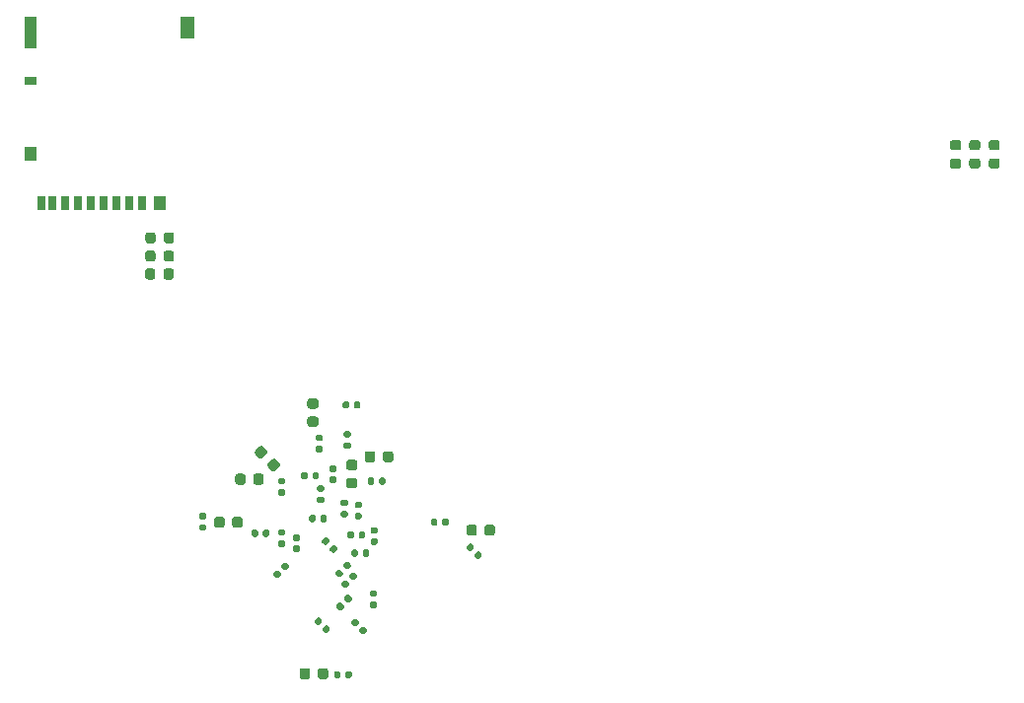
<source format=gbr>
%TF.GenerationSoftware,KiCad,Pcbnew,5.99.0+really5.1.10+dfsg1-1*%
%TF.CreationDate,2021-11-29T17:38:57+01:00*%
%TF.ProjectId,max80,6d617838-302e-46b6-9963-61645f706362,1.00*%
%TF.SameCoordinates,Original*%
%TF.FileFunction,Paste,Bot*%
%TF.FilePolarity,Positive*%
%FSLAX46Y46*%
G04 Gerber Fmt 4.6, Leading zero omitted, Abs format (unit mm)*
G04 Created by KiCad (PCBNEW 5.99.0+really5.1.10+dfsg1-1) date 2021-11-29 17:38:57*
%MOMM*%
%LPD*%
G01*
G04 APERTURE LIST*
%ADD10R,1.300000X1.900000*%
%ADD11R,1.000000X2.800000*%
%ADD12R,1.000000X0.800000*%
%ADD13R,1.000000X1.200000*%
%ADD14R,0.700000X1.200000*%
G04 APERTURE END LIST*
%TO.C,D13*%
G36*
G01*
X192856250Y-52500000D02*
X192343750Y-52500000D01*
G75*
G02*
X192125000Y-52281250I0J218750D01*
G01*
X192125000Y-51843750D01*
G75*
G02*
X192343750Y-51625000I218750J0D01*
G01*
X192856250Y-51625000D01*
G75*
G02*
X193075000Y-51843750I0J-218750D01*
G01*
X193075000Y-52281250D01*
G75*
G02*
X192856250Y-52500000I-218750J0D01*
G01*
G37*
G36*
G01*
X192856250Y-54075000D02*
X192343750Y-54075000D01*
G75*
G02*
X192125000Y-53856250I0J218750D01*
G01*
X192125000Y-53418750D01*
G75*
G02*
X192343750Y-53200000I218750J0D01*
G01*
X192856250Y-53200000D01*
G75*
G02*
X193075000Y-53418750I0J-218750D01*
G01*
X193075000Y-53856250D01*
G75*
G02*
X192856250Y-54075000I-218750J0D01*
G01*
G37*
%TD*%
%TO.C,D12*%
G36*
G01*
X191206250Y-52500000D02*
X190693750Y-52500000D01*
G75*
G02*
X190475000Y-52281250I0J218750D01*
G01*
X190475000Y-51843750D01*
G75*
G02*
X190693750Y-51625000I218750J0D01*
G01*
X191206250Y-51625000D01*
G75*
G02*
X191425000Y-51843750I0J-218750D01*
G01*
X191425000Y-52281250D01*
G75*
G02*
X191206250Y-52500000I-218750J0D01*
G01*
G37*
G36*
G01*
X191206250Y-54075000D02*
X190693750Y-54075000D01*
G75*
G02*
X190475000Y-53856250I0J218750D01*
G01*
X190475000Y-53418750D01*
G75*
G02*
X190693750Y-53200000I218750J0D01*
G01*
X191206250Y-53200000D01*
G75*
G02*
X191425000Y-53418750I0J-218750D01*
G01*
X191425000Y-53856250D01*
G75*
G02*
X191206250Y-54075000I-218750J0D01*
G01*
G37*
%TD*%
%TO.C,D11*%
G36*
G01*
X194531250Y-52500000D02*
X194018750Y-52500000D01*
G75*
G02*
X193800000Y-52281250I0J218750D01*
G01*
X193800000Y-51843750D01*
G75*
G02*
X194018750Y-51625000I218750J0D01*
G01*
X194531250Y-51625000D01*
G75*
G02*
X194750000Y-51843750I0J-218750D01*
G01*
X194750000Y-52281250D01*
G75*
G02*
X194531250Y-52500000I-218750J0D01*
G01*
G37*
G36*
G01*
X194531250Y-54075000D02*
X194018750Y-54075000D01*
G75*
G02*
X193800000Y-53856250I0J218750D01*
G01*
X193800000Y-53418750D01*
G75*
G02*
X194018750Y-53200000I218750J0D01*
G01*
X194531250Y-53200000D01*
G75*
G02*
X194750000Y-53418750I0J-218750D01*
G01*
X194750000Y-53856250D01*
G75*
G02*
X194531250Y-54075000I-218750J0D01*
G01*
G37*
%TD*%
%TO.C,D10*%
G36*
G01*
X122987500Y-61856250D02*
X122987500Y-61343750D01*
G75*
G02*
X123206250Y-61125000I218750J0D01*
G01*
X123643750Y-61125000D01*
G75*
G02*
X123862500Y-61343750I0J-218750D01*
G01*
X123862500Y-61856250D01*
G75*
G02*
X123643750Y-62075000I-218750J0D01*
G01*
X123206250Y-62075000D01*
G75*
G02*
X122987500Y-61856250I0J218750D01*
G01*
G37*
G36*
G01*
X121412500Y-61856250D02*
X121412500Y-61343750D01*
G75*
G02*
X121631250Y-61125000I218750J0D01*
G01*
X122068750Y-61125000D01*
G75*
G02*
X122287500Y-61343750I0J-218750D01*
G01*
X122287500Y-61856250D01*
G75*
G02*
X122068750Y-62075000I-218750J0D01*
G01*
X121631250Y-62075000D01*
G75*
G02*
X121412500Y-61856250I0J218750D01*
G01*
G37*
%TD*%
%TO.C,D9*%
G36*
G01*
X123000000Y-60281250D02*
X123000000Y-59768750D01*
G75*
G02*
X123218750Y-59550000I218750J0D01*
G01*
X123656250Y-59550000D01*
G75*
G02*
X123875000Y-59768750I0J-218750D01*
G01*
X123875000Y-60281250D01*
G75*
G02*
X123656250Y-60500000I-218750J0D01*
G01*
X123218750Y-60500000D01*
G75*
G02*
X123000000Y-60281250I0J218750D01*
G01*
G37*
G36*
G01*
X121425000Y-60281250D02*
X121425000Y-59768750D01*
G75*
G02*
X121643750Y-59550000I218750J0D01*
G01*
X122081250Y-59550000D01*
G75*
G02*
X122300000Y-59768750I0J-218750D01*
G01*
X122300000Y-60281250D01*
G75*
G02*
X122081250Y-60500000I-218750J0D01*
G01*
X121643750Y-60500000D01*
G75*
G02*
X121425000Y-60281250I0J218750D01*
G01*
G37*
%TD*%
%TO.C,D8*%
G36*
G01*
X122975000Y-63381250D02*
X122975000Y-62868750D01*
G75*
G02*
X123193750Y-62650000I218750J0D01*
G01*
X123631250Y-62650000D01*
G75*
G02*
X123850000Y-62868750I0J-218750D01*
G01*
X123850000Y-63381250D01*
G75*
G02*
X123631250Y-63600000I-218750J0D01*
G01*
X123193750Y-63600000D01*
G75*
G02*
X122975000Y-63381250I0J218750D01*
G01*
G37*
G36*
G01*
X121400000Y-63381250D02*
X121400000Y-62868750D01*
G75*
G02*
X121618750Y-62650000I218750J0D01*
G01*
X122056250Y-62650000D01*
G75*
G02*
X122275000Y-62868750I0J-218750D01*
G01*
X122275000Y-63381250D01*
G75*
G02*
X122056250Y-63600000I-218750J0D01*
G01*
X121618750Y-63600000D01*
G75*
G02*
X121400000Y-63381250I0J218750D01*
G01*
G37*
%TD*%
%TO.C,C44*%
G36*
G01*
X141795000Y-79070000D02*
X141795000Y-78570000D01*
G75*
G02*
X142020000Y-78345000I225000J0D01*
G01*
X142470000Y-78345000D01*
G75*
G02*
X142695000Y-78570000I0J-225000D01*
G01*
X142695000Y-79070000D01*
G75*
G02*
X142470000Y-79295000I-225000J0D01*
G01*
X142020000Y-79295000D01*
G75*
G02*
X141795000Y-79070000I0J225000D01*
G01*
G37*
G36*
G01*
X140245000Y-79070000D02*
X140245000Y-78570000D01*
G75*
G02*
X140470000Y-78345000I225000J0D01*
G01*
X140920000Y-78345000D01*
G75*
G02*
X141145000Y-78570000I0J-225000D01*
G01*
X141145000Y-79070000D01*
G75*
G02*
X140920000Y-79295000I-225000J0D01*
G01*
X140470000Y-79295000D01*
G75*
G02*
X140245000Y-79070000I0J225000D01*
G01*
G37*
%TD*%
D10*
%TO.C,J3*%
X125035000Y-41965000D03*
D11*
X111535000Y-42415000D03*
D12*
X111535000Y-46565000D03*
D13*
X111535000Y-52765000D03*
X122685000Y-57065000D03*
D14*
X114535000Y-57065000D03*
X115635000Y-57065000D03*
X116735000Y-57065000D03*
X117835000Y-57065000D03*
X118935000Y-57065000D03*
X120035000Y-57065000D03*
X121135000Y-57065000D03*
X113435000Y-57065000D03*
X112485000Y-57065000D03*
%TD*%
%TO.C,C62*%
G36*
G01*
X131836967Y-78573413D02*
X131483413Y-78926967D01*
G75*
G02*
X131165215Y-78926967I-159099J159099D01*
G01*
X130847017Y-78608769D01*
G75*
G02*
X130847017Y-78290571I159099J159099D01*
G01*
X131200571Y-77937017D01*
G75*
G02*
X131518769Y-77937017I159099J-159099D01*
G01*
X131836967Y-78255215D01*
G75*
G02*
X131836967Y-78573413I-159099J-159099D01*
G01*
G37*
G36*
G01*
X132932983Y-79669429D02*
X132579429Y-80022983D01*
G75*
G02*
X132261231Y-80022983I-159099J159099D01*
G01*
X131943033Y-79704785D01*
G75*
G02*
X131943033Y-79386587I159099J159099D01*
G01*
X132296587Y-79033033D01*
G75*
G02*
X132614785Y-79033033I159099J-159099D01*
G01*
X132932983Y-79351231D01*
G75*
G02*
X132932983Y-79669429I-159099J-159099D01*
G01*
G37*
%TD*%
%TO.C,C69*%
G36*
G01*
X135555000Y-97200000D02*
X135555000Y-97700000D01*
G75*
G02*
X135330000Y-97925000I-225000J0D01*
G01*
X134880000Y-97925000D01*
G75*
G02*
X134655000Y-97700000I0J225000D01*
G01*
X134655000Y-97200000D01*
G75*
G02*
X134880000Y-96975000I225000J0D01*
G01*
X135330000Y-96975000D01*
G75*
G02*
X135555000Y-97200000I0J-225000D01*
G01*
G37*
G36*
G01*
X137105000Y-97200000D02*
X137105000Y-97700000D01*
G75*
G02*
X136880000Y-97925000I-225000J0D01*
G01*
X136430000Y-97925000D01*
G75*
G02*
X136205000Y-97700000I0J225000D01*
G01*
X136205000Y-97200000D01*
G75*
G02*
X136430000Y-96975000I225000J0D01*
G01*
X136880000Y-96975000D01*
G75*
G02*
X137105000Y-97200000I0J-225000D01*
G01*
G37*
%TD*%
%TO.C,C68*%
G36*
G01*
X128215000Y-84190000D02*
X128215000Y-84690000D01*
G75*
G02*
X127990000Y-84915000I-225000J0D01*
G01*
X127540000Y-84915000D01*
G75*
G02*
X127315000Y-84690000I0J225000D01*
G01*
X127315000Y-84190000D01*
G75*
G02*
X127540000Y-83965000I225000J0D01*
G01*
X127990000Y-83965000D01*
G75*
G02*
X128215000Y-84190000I0J-225000D01*
G01*
G37*
G36*
G01*
X129765000Y-84190000D02*
X129765000Y-84690000D01*
G75*
G02*
X129540000Y-84915000I-225000J0D01*
G01*
X129090000Y-84915000D01*
G75*
G02*
X128865000Y-84690000I0J225000D01*
G01*
X128865000Y-84190000D01*
G75*
G02*
X129090000Y-83965000I225000J0D01*
G01*
X129540000Y-83965000D01*
G75*
G02*
X129765000Y-84190000I0J-225000D01*
G01*
G37*
%TD*%
%TO.C,C59*%
G36*
G01*
X136040000Y-74705000D02*
X135540000Y-74705000D01*
G75*
G02*
X135315000Y-74480000I0J225000D01*
G01*
X135315000Y-74030000D01*
G75*
G02*
X135540000Y-73805000I225000J0D01*
G01*
X136040000Y-73805000D01*
G75*
G02*
X136265000Y-74030000I0J-225000D01*
G01*
X136265000Y-74480000D01*
G75*
G02*
X136040000Y-74705000I-225000J0D01*
G01*
G37*
G36*
G01*
X136040000Y-76255000D02*
X135540000Y-76255000D01*
G75*
G02*
X135315000Y-76030000I0J225000D01*
G01*
X135315000Y-75580000D01*
G75*
G02*
X135540000Y-75355000I225000J0D01*
G01*
X136040000Y-75355000D01*
G75*
G02*
X136265000Y-75580000I0J-225000D01*
G01*
X136265000Y-76030000D01*
G75*
G02*
X136040000Y-76255000I-225000J0D01*
G01*
G37*
%TD*%
%TO.C,C50*%
G36*
G01*
X139380000Y-79975000D02*
X138880000Y-79975000D01*
G75*
G02*
X138655000Y-79750000I0J225000D01*
G01*
X138655000Y-79300000D01*
G75*
G02*
X138880000Y-79075000I225000J0D01*
G01*
X139380000Y-79075000D01*
G75*
G02*
X139605000Y-79300000I0J-225000D01*
G01*
X139605000Y-79750000D01*
G75*
G02*
X139380000Y-79975000I-225000J0D01*
G01*
G37*
G36*
G01*
X139380000Y-81525000D02*
X138880000Y-81525000D01*
G75*
G02*
X138655000Y-81300000I0J225000D01*
G01*
X138655000Y-80850000D01*
G75*
G02*
X138880000Y-80625000I225000J0D01*
G01*
X139380000Y-80625000D01*
G75*
G02*
X139605000Y-80850000I0J-225000D01*
G01*
X139605000Y-81300000D01*
G75*
G02*
X139380000Y-81525000I-225000J0D01*
G01*
G37*
%TD*%
%TO.C,C25*%
G36*
G01*
X150525000Y-85380000D02*
X150525000Y-84880000D01*
G75*
G02*
X150750000Y-84655000I225000J0D01*
G01*
X151200000Y-84655000D01*
G75*
G02*
X151425000Y-84880000I0J-225000D01*
G01*
X151425000Y-85380000D01*
G75*
G02*
X151200000Y-85605000I-225000J0D01*
G01*
X150750000Y-85605000D01*
G75*
G02*
X150525000Y-85380000I0J225000D01*
G01*
G37*
G36*
G01*
X148975000Y-85380000D02*
X148975000Y-84880000D01*
G75*
G02*
X149200000Y-84655000I225000J0D01*
G01*
X149650000Y-84655000D01*
G75*
G02*
X149875000Y-84880000I0J-225000D01*
G01*
X149875000Y-85380000D01*
G75*
G02*
X149650000Y-85605000I-225000J0D01*
G01*
X149200000Y-85605000D01*
G75*
G02*
X148975000Y-85380000I0J225000D01*
G01*
G37*
%TD*%
%TO.C,C16*%
G36*
G01*
X130025000Y-80500000D02*
X130025000Y-81000000D01*
G75*
G02*
X129800000Y-81225000I-225000J0D01*
G01*
X129350000Y-81225000D01*
G75*
G02*
X129125000Y-81000000I0J225000D01*
G01*
X129125000Y-80500000D01*
G75*
G02*
X129350000Y-80275000I225000J0D01*
G01*
X129800000Y-80275000D01*
G75*
G02*
X130025000Y-80500000I0J-225000D01*
G01*
G37*
G36*
G01*
X131575000Y-80500000D02*
X131575000Y-81000000D01*
G75*
G02*
X131350000Y-81225000I-225000J0D01*
G01*
X130900000Y-81225000D01*
G75*
G02*
X130675000Y-81000000I0J225000D01*
G01*
X130675000Y-80500000D01*
G75*
G02*
X130900000Y-80275000I225000J0D01*
G01*
X131350000Y-80275000D01*
G75*
G02*
X131575000Y-80500000I0J-225000D01*
G01*
G37*
%TD*%
%TO.C,C28*%
G36*
G01*
X138207782Y-91361802D02*
X138448198Y-91602218D01*
G75*
G02*
X138448198Y-91800208I-98995J-98995D01*
G01*
X138250208Y-91998198D01*
G75*
G02*
X138052218Y-91998198I-98995J98995D01*
G01*
X137811802Y-91757782D01*
G75*
G02*
X137811802Y-91559792I98995J98995D01*
G01*
X138009792Y-91361802D01*
G75*
G02*
X138207782Y-91361802I98995J-98995D01*
G01*
G37*
G36*
G01*
X138886604Y-90682980D02*
X139127020Y-90923396D01*
G75*
G02*
X139127020Y-91121386I-98995J-98995D01*
G01*
X138929030Y-91319376D01*
G75*
G02*
X138731040Y-91319376I-98995J98995D01*
G01*
X138490624Y-91078960D01*
G75*
G02*
X138490624Y-90880970I98995J98995D01*
G01*
X138688614Y-90682980D01*
G75*
G02*
X138886604Y-90682980I98995J-98995D01*
G01*
G37*
%TD*%
%TO.C,C43*%
G36*
G01*
X133290000Y-85600000D02*
X132950000Y-85600000D01*
G75*
G02*
X132810000Y-85460000I0J140000D01*
G01*
X132810000Y-85180000D01*
G75*
G02*
X132950000Y-85040000I140000J0D01*
G01*
X133290000Y-85040000D01*
G75*
G02*
X133430000Y-85180000I0J-140000D01*
G01*
X133430000Y-85460000D01*
G75*
G02*
X133290000Y-85600000I-140000J0D01*
G01*
G37*
G36*
G01*
X133290000Y-86560000D02*
X132950000Y-86560000D01*
G75*
G02*
X132810000Y-86420000I0J140000D01*
G01*
X132810000Y-86140000D01*
G75*
G02*
X132950000Y-86000000I140000J0D01*
G01*
X133290000Y-86000000D01*
G75*
G02*
X133430000Y-86140000I0J-140000D01*
G01*
X133430000Y-86420000D01*
G75*
G02*
X133290000Y-86560000I-140000J0D01*
G01*
G37*
%TD*%
%TO.C,C42*%
G36*
G01*
X141220000Y-85430000D02*
X140880000Y-85430000D01*
G75*
G02*
X140740000Y-85290000I0J140000D01*
G01*
X140740000Y-85010000D01*
G75*
G02*
X140880000Y-84870000I140000J0D01*
G01*
X141220000Y-84870000D01*
G75*
G02*
X141360000Y-85010000I0J-140000D01*
G01*
X141360000Y-85290000D01*
G75*
G02*
X141220000Y-85430000I-140000J0D01*
G01*
G37*
G36*
G01*
X141220000Y-86390000D02*
X140880000Y-86390000D01*
G75*
G02*
X140740000Y-86250000I0J140000D01*
G01*
X140740000Y-85970000D01*
G75*
G02*
X140880000Y-85830000I140000J0D01*
G01*
X141220000Y-85830000D01*
G75*
G02*
X141360000Y-85970000I0J-140000D01*
G01*
X141360000Y-86250000D01*
G75*
G02*
X141220000Y-86390000I-140000J0D01*
G01*
G37*
%TD*%
%TO.C,C41*%
G36*
G01*
X139191629Y-89388787D02*
X138951213Y-89148371D01*
G75*
G02*
X138951213Y-88950381I98995J98995D01*
G01*
X139149203Y-88752391D01*
G75*
G02*
X139347193Y-88752391I98995J-98995D01*
G01*
X139587609Y-88992807D01*
G75*
G02*
X139587609Y-89190797I-98995J-98995D01*
G01*
X139389619Y-89388787D01*
G75*
G02*
X139191629Y-89388787I-98995J98995D01*
G01*
G37*
G36*
G01*
X138512807Y-90067609D02*
X138272391Y-89827193D01*
G75*
G02*
X138272391Y-89629203I98995J98995D01*
G01*
X138470381Y-89431213D01*
G75*
G02*
X138668371Y-89431213I98995J-98995D01*
G01*
X138908787Y-89671629D01*
G75*
G02*
X138908787Y-89869619I-98995J-98995D01*
G01*
X138710797Y-90067609D01*
G75*
G02*
X138512807Y-90067609I-98995J98995D01*
G01*
G37*
%TD*%
%TO.C,C32*%
G36*
G01*
X137690000Y-80120000D02*
X137350000Y-80120000D01*
G75*
G02*
X137210000Y-79980000I0J140000D01*
G01*
X137210000Y-79700000D01*
G75*
G02*
X137350000Y-79560000I140000J0D01*
G01*
X137690000Y-79560000D01*
G75*
G02*
X137830000Y-79700000I0J-140000D01*
G01*
X137830000Y-79980000D01*
G75*
G02*
X137690000Y-80120000I-140000J0D01*
G01*
G37*
G36*
G01*
X137690000Y-81080000D02*
X137350000Y-81080000D01*
G75*
G02*
X137210000Y-80940000I0J140000D01*
G01*
X137210000Y-80660000D01*
G75*
G02*
X137350000Y-80520000I140000J0D01*
G01*
X137690000Y-80520000D01*
G75*
G02*
X137830000Y-80660000I0J-140000D01*
G01*
X137830000Y-80940000D01*
G75*
G02*
X137690000Y-81080000I-140000J0D01*
G01*
G37*
%TD*%
%TO.C,C31*%
G36*
G01*
X141150000Y-90850000D02*
X140810000Y-90850000D01*
G75*
G02*
X140670000Y-90710000I0J140000D01*
G01*
X140670000Y-90430000D01*
G75*
G02*
X140810000Y-90290000I140000J0D01*
G01*
X141150000Y-90290000D01*
G75*
G02*
X141290000Y-90430000I0J-140000D01*
G01*
X141290000Y-90710000D01*
G75*
G02*
X141150000Y-90850000I-140000J0D01*
G01*
G37*
G36*
G01*
X141150000Y-91810000D02*
X140810000Y-91810000D01*
G75*
G02*
X140670000Y-91670000I0J140000D01*
G01*
X140670000Y-91390000D01*
G75*
G02*
X140810000Y-91250000I140000J0D01*
G01*
X141150000Y-91250000D01*
G75*
G02*
X141290000Y-91390000I0J-140000D01*
G01*
X141290000Y-91670000D01*
G75*
G02*
X141150000Y-91810000I-140000J0D01*
G01*
G37*
%TD*%
%TO.C,C30*%
G36*
G01*
X138570000Y-97710000D02*
X138570000Y-97370000D01*
G75*
G02*
X138710000Y-97230000I140000J0D01*
G01*
X138990000Y-97230000D01*
G75*
G02*
X139130000Y-97370000I0J-140000D01*
G01*
X139130000Y-97710000D01*
G75*
G02*
X138990000Y-97850000I-140000J0D01*
G01*
X138710000Y-97850000D01*
G75*
G02*
X138570000Y-97710000I0J140000D01*
G01*
G37*
G36*
G01*
X137610000Y-97710000D02*
X137610000Y-97370000D01*
G75*
G02*
X137750000Y-97230000I140000J0D01*
G01*
X138030000Y-97230000D01*
G75*
G02*
X138170000Y-97370000I0J-140000D01*
G01*
X138170000Y-97710000D01*
G75*
G02*
X138030000Y-97850000I-140000J0D01*
G01*
X137750000Y-97850000D01*
G75*
G02*
X137610000Y-97710000I0J140000D01*
G01*
G37*
%TD*%
%TO.C,C29*%
G36*
G01*
X139787487Y-93647903D02*
X140027903Y-93407487D01*
G75*
G02*
X140225893Y-93407487I98995J-98995D01*
G01*
X140423883Y-93605477D01*
G75*
G02*
X140423883Y-93803467I-98995J-98995D01*
G01*
X140183467Y-94043883D01*
G75*
G02*
X139985477Y-94043883I-98995J98995D01*
G01*
X139787487Y-93845893D01*
G75*
G02*
X139787487Y-93647903I98995J98995D01*
G01*
G37*
G36*
G01*
X139108665Y-92969081D02*
X139349081Y-92728665D01*
G75*
G02*
X139547071Y-92728665I98995J-98995D01*
G01*
X139745061Y-92926655D01*
G75*
G02*
X139745061Y-93124645I-98995J-98995D01*
G01*
X139504645Y-93365061D01*
G75*
G02*
X139306655Y-93365061I-98995J98995D01*
G01*
X139108665Y-93167071D01*
G75*
G02*
X139108665Y-92969081I98995J98995D01*
G01*
G37*
%TD*%
%TO.C,C27*%
G36*
G01*
X133317903Y-88542513D02*
X133077487Y-88302097D01*
G75*
G02*
X133077487Y-88104107I98995J98995D01*
G01*
X133275477Y-87906117D01*
G75*
G02*
X133473467Y-87906117I98995J-98995D01*
G01*
X133713883Y-88146533D01*
G75*
G02*
X133713883Y-88344523I-98995J-98995D01*
G01*
X133515893Y-88542513D01*
G75*
G02*
X133317903Y-88542513I-98995J98995D01*
G01*
G37*
G36*
G01*
X132639081Y-89221335D02*
X132398665Y-88980919D01*
G75*
G02*
X132398665Y-88782929I98995J98995D01*
G01*
X132596655Y-88584939D01*
G75*
G02*
X132794645Y-88584939I98995J-98995D01*
G01*
X133035061Y-88825355D01*
G75*
G02*
X133035061Y-89023345I-98995J-98995D01*
G01*
X132837071Y-89221335D01*
G75*
G02*
X132639081Y-89221335I-98995J98995D01*
G01*
G37*
%TD*%
%TO.C,C26*%
G36*
G01*
X136568787Y-93028371D02*
X136328371Y-93268787D01*
G75*
G02*
X136130381Y-93268787I-98995J98995D01*
G01*
X135932391Y-93070797D01*
G75*
G02*
X135932391Y-92872807I98995J98995D01*
G01*
X136172807Y-92632391D01*
G75*
G02*
X136370797Y-92632391I98995J-98995D01*
G01*
X136568787Y-92830381D01*
G75*
G02*
X136568787Y-93028371I-98995J-98995D01*
G01*
G37*
G36*
G01*
X137247609Y-93707193D02*
X137007193Y-93947609D01*
G75*
G02*
X136809203Y-93947609I-98995J98995D01*
G01*
X136611213Y-93749619D01*
G75*
G02*
X136611213Y-93551629I98995J98995D01*
G01*
X136851629Y-93311213D01*
G75*
G02*
X137049619Y-93311213I98995J-98995D01*
G01*
X137247609Y-93509203D01*
G75*
G02*
X137247609Y-93707193I-98995J-98995D01*
G01*
G37*
%TD*%
%TO.C,C24*%
G36*
G01*
X146880000Y-84610000D02*
X146880000Y-84270000D01*
G75*
G02*
X147020000Y-84130000I140000J0D01*
G01*
X147300000Y-84130000D01*
G75*
G02*
X147440000Y-84270000I0J-140000D01*
G01*
X147440000Y-84610000D01*
G75*
G02*
X147300000Y-84750000I-140000J0D01*
G01*
X147020000Y-84750000D01*
G75*
G02*
X146880000Y-84610000I0J140000D01*
G01*
G37*
G36*
G01*
X145920000Y-84610000D02*
X145920000Y-84270000D01*
G75*
G02*
X146060000Y-84130000I140000J0D01*
G01*
X146340000Y-84130000D01*
G75*
G02*
X146480000Y-84270000I0J-140000D01*
G01*
X146480000Y-84610000D01*
G75*
G02*
X146340000Y-84750000I-140000J0D01*
G01*
X146060000Y-84750000D01*
G75*
G02*
X145920000Y-84610000I0J140000D01*
G01*
G37*
%TD*%
%TO.C,C23*%
G36*
G01*
X134210000Y-86450000D02*
X134550000Y-86450000D01*
G75*
G02*
X134690000Y-86590000I0J-140000D01*
G01*
X134690000Y-86870000D01*
G75*
G02*
X134550000Y-87010000I-140000J0D01*
G01*
X134210000Y-87010000D01*
G75*
G02*
X134070000Y-86870000I0J140000D01*
G01*
X134070000Y-86590000D01*
G75*
G02*
X134210000Y-86450000I140000J0D01*
G01*
G37*
G36*
G01*
X134210000Y-85490000D02*
X134550000Y-85490000D01*
G75*
G02*
X134690000Y-85630000I0J-140000D01*
G01*
X134690000Y-85910000D01*
G75*
G02*
X134550000Y-86050000I-140000J0D01*
G01*
X134210000Y-86050000D01*
G75*
G02*
X134070000Y-85910000I0J140000D01*
G01*
X134070000Y-85630000D01*
G75*
G02*
X134210000Y-85490000I140000J0D01*
G01*
G37*
%TD*%
%TO.C,C22*%
G36*
G01*
X141070000Y-80750000D02*
X141070000Y-81090000D01*
G75*
G02*
X140930000Y-81230000I-140000J0D01*
G01*
X140650000Y-81230000D01*
G75*
G02*
X140510000Y-81090000I0J140000D01*
G01*
X140510000Y-80750000D01*
G75*
G02*
X140650000Y-80610000I140000J0D01*
G01*
X140930000Y-80610000D01*
G75*
G02*
X141070000Y-80750000I0J-140000D01*
G01*
G37*
G36*
G01*
X142030000Y-80750000D02*
X142030000Y-81090000D01*
G75*
G02*
X141890000Y-81230000I-140000J0D01*
G01*
X141610000Y-81230000D01*
G75*
G02*
X141470000Y-81090000I0J140000D01*
G01*
X141470000Y-80750000D01*
G75*
G02*
X141610000Y-80610000I140000J0D01*
G01*
X141890000Y-80610000D01*
G75*
G02*
X142030000Y-80750000I0J-140000D01*
G01*
G37*
%TD*%
%TO.C,C21*%
G36*
G01*
X149651213Y-87181629D02*
X149891629Y-86941213D01*
G75*
G02*
X150089619Y-86941213I98995J-98995D01*
G01*
X150287609Y-87139203D01*
G75*
G02*
X150287609Y-87337193I-98995J-98995D01*
G01*
X150047193Y-87577609D01*
G75*
G02*
X149849203Y-87577609I-98995J98995D01*
G01*
X149651213Y-87379619D01*
G75*
G02*
X149651213Y-87181629I98995J98995D01*
G01*
G37*
G36*
G01*
X148972391Y-86502807D02*
X149212807Y-86262391D01*
G75*
G02*
X149410797Y-86262391I98995J-98995D01*
G01*
X149608787Y-86460381D01*
G75*
G02*
X149608787Y-86658371I-98995J-98995D01*
G01*
X149368371Y-86898787D01*
G75*
G02*
X149170381Y-86898787I-98995J98995D01*
G01*
X148972391Y-86700797D01*
G75*
G02*
X148972391Y-86502807I98995J98995D01*
G01*
G37*
%TD*%
%TO.C,C20*%
G36*
G01*
X138671629Y-88488787D02*
X138431213Y-88248371D01*
G75*
G02*
X138431213Y-88050381I98995J98995D01*
G01*
X138629203Y-87852391D01*
G75*
G02*
X138827193Y-87852391I98995J-98995D01*
G01*
X139067609Y-88092807D01*
G75*
G02*
X139067609Y-88290797I-98995J-98995D01*
G01*
X138869619Y-88488787D01*
G75*
G02*
X138671629Y-88488787I-98995J98995D01*
G01*
G37*
G36*
G01*
X137992807Y-89167609D02*
X137752391Y-88927193D01*
G75*
G02*
X137752391Y-88729203I98995J98995D01*
G01*
X137950381Y-88531213D01*
G75*
G02*
X138148371Y-88531213I98995J-98995D01*
G01*
X138388787Y-88771629D01*
G75*
G02*
X138388787Y-88969619I-98995J-98995D01*
G01*
X138190797Y-89167609D01*
G75*
G02*
X137992807Y-89167609I-98995J98995D01*
G01*
G37*
%TD*%
%TO.C,C19*%
G36*
G01*
X136430000Y-84290000D02*
X136430000Y-83950000D01*
G75*
G02*
X136570000Y-83810000I140000J0D01*
G01*
X136850000Y-83810000D01*
G75*
G02*
X136990000Y-83950000I0J-140000D01*
G01*
X136990000Y-84290000D01*
G75*
G02*
X136850000Y-84430000I-140000J0D01*
G01*
X136570000Y-84430000D01*
G75*
G02*
X136430000Y-84290000I0J140000D01*
G01*
G37*
G36*
G01*
X135470000Y-84290000D02*
X135470000Y-83950000D01*
G75*
G02*
X135610000Y-83810000I140000J0D01*
G01*
X135890000Y-83810000D01*
G75*
G02*
X136030000Y-83950000I0J-140000D01*
G01*
X136030000Y-84290000D01*
G75*
G02*
X135890000Y-84430000I-140000J0D01*
G01*
X135610000Y-84430000D01*
G75*
G02*
X135470000Y-84290000I0J140000D01*
G01*
G37*
%TD*%
%TO.C,C18*%
G36*
G01*
X137251213Y-86671629D02*
X137491629Y-86431213D01*
G75*
G02*
X137689619Y-86431213I98995J-98995D01*
G01*
X137887609Y-86629203D01*
G75*
G02*
X137887609Y-86827193I-98995J-98995D01*
G01*
X137647193Y-87067609D01*
G75*
G02*
X137449203Y-87067609I-98995J98995D01*
G01*
X137251213Y-86869619D01*
G75*
G02*
X137251213Y-86671629I98995J98995D01*
G01*
G37*
G36*
G01*
X136572391Y-85992807D02*
X136812807Y-85752391D01*
G75*
G02*
X137010797Y-85752391I98995J-98995D01*
G01*
X137208787Y-85950381D01*
G75*
G02*
X137208787Y-86148371I-98995J-98995D01*
G01*
X136968371Y-86388787D01*
G75*
G02*
X136770381Y-86388787I-98995J98995D01*
G01*
X136572391Y-86190797D01*
G75*
G02*
X136572391Y-85992807I98995J98995D01*
G01*
G37*
%TD*%
%TO.C,C17*%
G36*
G01*
X139320000Y-85370000D02*
X139320000Y-85710000D01*
G75*
G02*
X139180000Y-85850000I-140000J0D01*
G01*
X138900000Y-85850000D01*
G75*
G02*
X138760000Y-85710000I0J140000D01*
G01*
X138760000Y-85370000D01*
G75*
G02*
X138900000Y-85230000I140000J0D01*
G01*
X139180000Y-85230000D01*
G75*
G02*
X139320000Y-85370000I0J-140000D01*
G01*
G37*
G36*
G01*
X140280000Y-85370000D02*
X140280000Y-85710000D01*
G75*
G02*
X140140000Y-85850000I-140000J0D01*
G01*
X139860000Y-85850000D01*
G75*
G02*
X139720000Y-85710000I0J140000D01*
G01*
X139720000Y-85370000D01*
G75*
G02*
X139860000Y-85230000I140000J0D01*
G01*
X140140000Y-85230000D01*
G75*
G02*
X140280000Y-85370000I0J-140000D01*
G01*
G37*
%TD*%
%TO.C,C15*%
G36*
G01*
X135750000Y-80620000D02*
X135750000Y-80280000D01*
G75*
G02*
X135890000Y-80140000I140000J0D01*
G01*
X136170000Y-80140000D01*
G75*
G02*
X136310000Y-80280000I0J-140000D01*
G01*
X136310000Y-80620000D01*
G75*
G02*
X136170000Y-80760000I-140000J0D01*
G01*
X135890000Y-80760000D01*
G75*
G02*
X135750000Y-80620000I0J140000D01*
G01*
G37*
G36*
G01*
X134790000Y-80620000D02*
X134790000Y-80280000D01*
G75*
G02*
X134930000Y-80140000I140000J0D01*
G01*
X135210000Y-80140000D01*
G75*
G02*
X135350000Y-80280000I0J-140000D01*
G01*
X135350000Y-80620000D01*
G75*
G02*
X135210000Y-80760000I-140000J0D01*
G01*
X134930000Y-80760000D01*
G75*
G02*
X134790000Y-80620000I0J140000D01*
G01*
G37*
%TD*%
%TO.C,C14*%
G36*
G01*
X138920000Y-77170000D02*
X138580000Y-77170000D01*
G75*
G02*
X138440000Y-77030000I0J140000D01*
G01*
X138440000Y-76750000D01*
G75*
G02*
X138580000Y-76610000I140000J0D01*
G01*
X138920000Y-76610000D01*
G75*
G02*
X139060000Y-76750000I0J-140000D01*
G01*
X139060000Y-77030000D01*
G75*
G02*
X138920000Y-77170000I-140000J0D01*
G01*
G37*
G36*
G01*
X138920000Y-78130000D02*
X138580000Y-78130000D01*
G75*
G02*
X138440000Y-77990000I0J140000D01*
G01*
X138440000Y-77710000D01*
G75*
G02*
X138580000Y-77570000I140000J0D01*
G01*
X138920000Y-77570000D01*
G75*
G02*
X139060000Y-77710000I0J-140000D01*
G01*
X139060000Y-77990000D01*
G75*
G02*
X138920000Y-78130000I-140000J0D01*
G01*
G37*
%TD*%
%TO.C,C13*%
G36*
G01*
X126510000Y-84220000D02*
X126170000Y-84220000D01*
G75*
G02*
X126030000Y-84080000I0J140000D01*
G01*
X126030000Y-83800000D01*
G75*
G02*
X126170000Y-83660000I140000J0D01*
G01*
X126510000Y-83660000D01*
G75*
G02*
X126650000Y-83800000I0J-140000D01*
G01*
X126650000Y-84080000D01*
G75*
G02*
X126510000Y-84220000I-140000J0D01*
G01*
G37*
G36*
G01*
X126510000Y-85180000D02*
X126170000Y-85180000D01*
G75*
G02*
X126030000Y-85040000I0J140000D01*
G01*
X126030000Y-84760000D01*
G75*
G02*
X126170000Y-84620000I140000J0D01*
G01*
X126510000Y-84620000D01*
G75*
G02*
X126650000Y-84760000I0J-140000D01*
G01*
X126650000Y-85040000D01*
G75*
G02*
X126510000Y-85180000I-140000J0D01*
G01*
G37*
%TD*%
%TO.C,C12*%
G36*
G01*
X136630000Y-81830000D02*
X136290000Y-81830000D01*
G75*
G02*
X136150000Y-81690000I0J140000D01*
G01*
X136150000Y-81410000D01*
G75*
G02*
X136290000Y-81270000I140000J0D01*
G01*
X136630000Y-81270000D01*
G75*
G02*
X136770000Y-81410000I0J-140000D01*
G01*
X136770000Y-81690000D01*
G75*
G02*
X136630000Y-81830000I-140000J0D01*
G01*
G37*
G36*
G01*
X136630000Y-82790000D02*
X136290000Y-82790000D01*
G75*
G02*
X136150000Y-82650000I0J140000D01*
G01*
X136150000Y-82370000D01*
G75*
G02*
X136290000Y-82230000I140000J0D01*
G01*
X136630000Y-82230000D01*
G75*
G02*
X136770000Y-82370000I0J-140000D01*
G01*
X136770000Y-82650000D01*
G75*
G02*
X136630000Y-82790000I-140000J0D01*
G01*
G37*
%TD*%
%TO.C,C11*%
G36*
G01*
X139310000Y-74540000D02*
X139310000Y-74200000D01*
G75*
G02*
X139450000Y-74060000I140000J0D01*
G01*
X139730000Y-74060000D01*
G75*
G02*
X139870000Y-74200000I0J-140000D01*
G01*
X139870000Y-74540000D01*
G75*
G02*
X139730000Y-74680000I-140000J0D01*
G01*
X139450000Y-74680000D01*
G75*
G02*
X139310000Y-74540000I0J140000D01*
G01*
G37*
G36*
G01*
X138350000Y-74540000D02*
X138350000Y-74200000D01*
G75*
G02*
X138490000Y-74060000I140000J0D01*
G01*
X138770000Y-74060000D01*
G75*
G02*
X138910000Y-74200000I0J-140000D01*
G01*
X138910000Y-74540000D01*
G75*
G02*
X138770000Y-74680000I-140000J0D01*
G01*
X138490000Y-74680000D01*
G75*
G02*
X138350000Y-74540000I0J140000D01*
G01*
G37*
%TD*%
%TO.C,C10*%
G36*
G01*
X131500000Y-85560000D02*
X131500000Y-85220000D01*
G75*
G02*
X131640000Y-85080000I140000J0D01*
G01*
X131920000Y-85080000D01*
G75*
G02*
X132060000Y-85220000I0J-140000D01*
G01*
X132060000Y-85560000D01*
G75*
G02*
X131920000Y-85700000I-140000J0D01*
G01*
X131640000Y-85700000D01*
G75*
G02*
X131500000Y-85560000I0J140000D01*
G01*
G37*
G36*
G01*
X130540000Y-85560000D02*
X130540000Y-85220000D01*
G75*
G02*
X130680000Y-85080000I140000J0D01*
G01*
X130960000Y-85080000D01*
G75*
G02*
X131100000Y-85220000I0J-140000D01*
G01*
X131100000Y-85560000D01*
G75*
G02*
X130960000Y-85700000I-140000J0D01*
G01*
X130680000Y-85700000D01*
G75*
G02*
X130540000Y-85560000I0J140000D01*
G01*
G37*
%TD*%
%TO.C,C9*%
G36*
G01*
X136520000Y-77480000D02*
X136180000Y-77480000D01*
G75*
G02*
X136040000Y-77340000I0J140000D01*
G01*
X136040000Y-77060000D01*
G75*
G02*
X136180000Y-76920000I140000J0D01*
G01*
X136520000Y-76920000D01*
G75*
G02*
X136660000Y-77060000I0J-140000D01*
G01*
X136660000Y-77340000D01*
G75*
G02*
X136520000Y-77480000I-140000J0D01*
G01*
G37*
G36*
G01*
X136520000Y-78440000D02*
X136180000Y-78440000D01*
G75*
G02*
X136040000Y-78300000I0J140000D01*
G01*
X136040000Y-78020000D01*
G75*
G02*
X136180000Y-77880000I140000J0D01*
G01*
X136520000Y-77880000D01*
G75*
G02*
X136660000Y-78020000I0J-140000D01*
G01*
X136660000Y-78300000D01*
G75*
G02*
X136520000Y-78440000I-140000J0D01*
G01*
G37*
%TD*%
%TO.C,C8*%
G36*
G01*
X133290000Y-81200000D02*
X132950000Y-81200000D01*
G75*
G02*
X132810000Y-81060000I0J140000D01*
G01*
X132810000Y-80780000D01*
G75*
G02*
X132950000Y-80640000I140000J0D01*
G01*
X133290000Y-80640000D01*
G75*
G02*
X133430000Y-80780000I0J-140000D01*
G01*
X133430000Y-81060000D01*
G75*
G02*
X133290000Y-81200000I-140000J0D01*
G01*
G37*
G36*
G01*
X133290000Y-82160000D02*
X132950000Y-82160000D01*
G75*
G02*
X132810000Y-82020000I0J140000D01*
G01*
X132810000Y-81740000D01*
G75*
G02*
X132950000Y-81600000I140000J0D01*
G01*
X133290000Y-81600000D01*
G75*
G02*
X133430000Y-81740000I0J-140000D01*
G01*
X133430000Y-82020000D01*
G75*
G02*
X133290000Y-82160000I-140000J0D01*
G01*
G37*
%TD*%
%TO.C,C1*%
G36*
G01*
X139660000Y-86930000D02*
X139660000Y-87270000D01*
G75*
G02*
X139520000Y-87410000I-140000J0D01*
G01*
X139240000Y-87410000D01*
G75*
G02*
X139100000Y-87270000I0J140000D01*
G01*
X139100000Y-86930000D01*
G75*
G02*
X139240000Y-86790000I140000J0D01*
G01*
X139520000Y-86790000D01*
G75*
G02*
X139660000Y-86930000I0J-140000D01*
G01*
G37*
G36*
G01*
X140620000Y-86930000D02*
X140620000Y-87270000D01*
G75*
G02*
X140480000Y-87410000I-140000J0D01*
G01*
X140200000Y-87410000D01*
G75*
G02*
X140060000Y-87270000I0J140000D01*
G01*
X140060000Y-86930000D01*
G75*
G02*
X140200000Y-86790000I140000J0D01*
G01*
X140480000Y-86790000D01*
G75*
G02*
X140620000Y-86930000I0J-140000D01*
G01*
G37*
%TD*%
%TO.C,C66*%
G36*
G01*
X138320000Y-83470000D02*
X138660000Y-83470000D01*
G75*
G02*
X138800000Y-83610000I0J-140000D01*
G01*
X138800000Y-83890000D01*
G75*
G02*
X138660000Y-84030000I-140000J0D01*
G01*
X138320000Y-84030000D01*
G75*
G02*
X138180000Y-83890000I0J140000D01*
G01*
X138180000Y-83610000D01*
G75*
G02*
X138320000Y-83470000I140000J0D01*
G01*
G37*
G36*
G01*
X138320000Y-82510000D02*
X138660000Y-82510000D01*
G75*
G02*
X138800000Y-82650000I0J-140000D01*
G01*
X138800000Y-82930000D01*
G75*
G02*
X138660000Y-83070000I-140000J0D01*
G01*
X138320000Y-83070000D01*
G75*
G02*
X138180000Y-82930000I0J140000D01*
G01*
X138180000Y-82650000D01*
G75*
G02*
X138320000Y-82510000I140000J0D01*
G01*
G37*
%TD*%
%TO.C,C63*%
G36*
G01*
X139860000Y-83240000D02*
X139520000Y-83240000D01*
G75*
G02*
X139380000Y-83100000I0J140000D01*
G01*
X139380000Y-82820000D01*
G75*
G02*
X139520000Y-82680000I140000J0D01*
G01*
X139860000Y-82680000D01*
G75*
G02*
X140000000Y-82820000I0J-140000D01*
G01*
X140000000Y-83100000D01*
G75*
G02*
X139860000Y-83240000I-140000J0D01*
G01*
G37*
G36*
G01*
X139860000Y-84200000D02*
X139520000Y-84200000D01*
G75*
G02*
X139380000Y-84060000I0J140000D01*
G01*
X139380000Y-83780000D01*
G75*
G02*
X139520000Y-83640000I140000J0D01*
G01*
X139860000Y-83640000D01*
G75*
G02*
X140000000Y-83780000I0J-140000D01*
G01*
X140000000Y-84060000D01*
G75*
G02*
X139860000Y-84200000I-140000J0D01*
G01*
G37*
%TD*%
M02*

</source>
